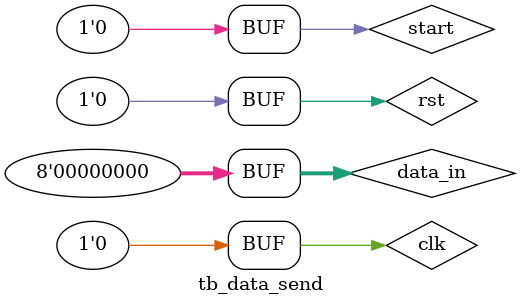
<source format=v>
`timescale 1ns / 1ps


module tb_data_send;

	// Inputs
	reg clk;
	reg rst;
	reg [7:0] data_in;
	reg start;

	// Outputs
	wire txd;

	// Instantiate the Unit Under Test (UUT)
	data_send uut (
		.clk(clk), 
		.rst(rst), 
		.data_in(data_in), 
		.txd(txd), 
		.start(start)
	);

	initial begin
		// Initialize Inputs
		clk = 0;
		rst = 0;
		data_in = 0;
		start = 0;

		// Wait 100 ns for global reset to finish
		#100;
        
		// Add stimulus here

	end
      
endmodule


</source>
